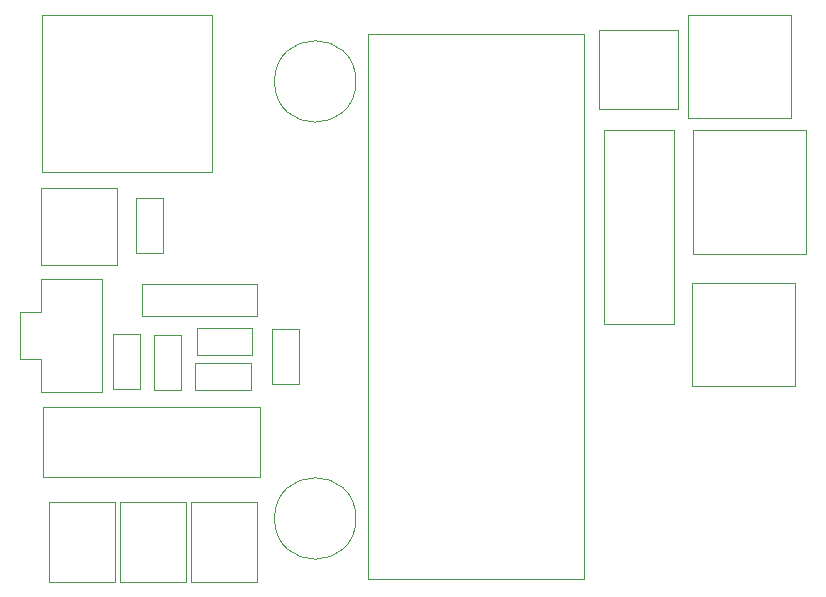
<source format=gbr>
G04 #@! TF.GenerationSoftware,KiCad,Pcbnew,(5.0.0)*
G04 #@! TF.CreationDate,2018-08-07T13:03:26+01:00*
G04 #@! TF.ProjectId,OpenSpritzer,4F70656E53707269747A65722E6B6963,rev?*
G04 #@! TF.SameCoordinates,Original*
G04 #@! TF.FileFunction,Other,User*
%FSLAX46Y46*%
G04 Gerber Fmt 4.6, Leading zero omitted, Abs format (unit mm)*
G04 Created by KiCad (PCBNEW (5.0.0)) date 08/07/18 13:03:26*
%MOMM*%
%LPD*%
G01*
G04 APERTURE LIST*
%ADD10C,0.050000*%
G04 APERTURE END LIST*
D10*
G04 #@! TO.C,RV1*
X83850000Y-81350000D02*
X83850000Y-94650000D01*
X83850000Y-94650000D02*
X98250000Y-94650000D01*
X98250000Y-94650000D02*
X98250000Y-81350000D01*
X98250000Y-81350000D02*
X83850000Y-81350000D01*
G04 #@! TO.C,SW1*
X83750000Y-113250000D02*
X83750000Y-110500000D01*
X88950000Y-113250000D02*
X83750000Y-113250000D01*
X88950000Y-103750000D02*
X88950000Y-113250000D01*
X83750000Y-103750000D02*
X88950000Y-103750000D01*
X83750000Y-106500000D02*
X83750000Y-103750000D01*
X82000000Y-110500000D02*
X82000000Y-106500000D01*
X82000000Y-110500000D02*
X83750000Y-110500000D01*
X83750000Y-106500000D02*
X82000000Y-106500000D01*
G04 #@! TO.C,A1*
X111470000Y-82940000D02*
X129750000Y-82940000D01*
X111470000Y-82940000D02*
X111470000Y-129160000D01*
X129750000Y-129160000D02*
X129750000Y-82940000D01*
X129750000Y-129160000D02*
X111470000Y-129160000D01*
G04 #@! TO.C,D1*
X90250000Y-96050000D02*
X83750000Y-96050000D01*
X83750000Y-96050000D02*
X83750000Y-102500000D01*
X83750000Y-102500000D02*
X90250000Y-102500000D01*
X90250000Y-102500000D02*
X90250000Y-96050000D01*
G04 #@! TO.C,D2*
X102050000Y-106850000D02*
X102050000Y-104150000D01*
X102050000Y-104150000D02*
X92300000Y-104150000D01*
X92300000Y-104150000D02*
X92300000Y-106850000D01*
X92300000Y-106850000D02*
X102050000Y-106850000D01*
G04 #@! TO.C,D3*
X83950000Y-114550000D02*
X83950000Y-120450000D01*
X83950000Y-120450000D02*
X102300000Y-120450000D01*
X102300000Y-120450000D02*
X102300000Y-114550000D01*
X102300000Y-114550000D02*
X83950000Y-114550000D01*
G04 #@! TO.C,J1*
X84480000Y-122580000D02*
X90060000Y-122580000D01*
X84480000Y-122580000D02*
X84480000Y-129420000D01*
X90060000Y-129420000D02*
X90060000Y-122580000D01*
X90060000Y-129420000D02*
X84480000Y-129420000D01*
G04 #@! TO.C,J2*
X90480000Y-122580000D02*
X96060000Y-122580000D01*
X90480000Y-122580000D02*
X90480000Y-129420000D01*
X96060000Y-129420000D02*
X96060000Y-122580000D01*
X96060000Y-129420000D02*
X90480000Y-129420000D01*
G04 #@! TO.C,J3*
X96480000Y-122580000D02*
X102060000Y-122580000D01*
X96480000Y-122580000D02*
X96480000Y-129420000D01*
X102060000Y-129420000D02*
X102060000Y-122580000D01*
X102060000Y-129420000D02*
X96480000Y-129420000D01*
G04 #@! TO.C,R1*
X94150000Y-96850000D02*
X91850000Y-96850000D01*
X91850000Y-96850000D02*
X91850000Y-101550000D01*
X91850000Y-101550000D02*
X94150000Y-101550000D01*
X94150000Y-101550000D02*
X94150000Y-96850000D01*
G04 #@! TO.C,R2*
X92150000Y-108350000D02*
X89850000Y-108350000D01*
X89850000Y-108350000D02*
X89850000Y-113050000D01*
X89850000Y-113050000D02*
X92150000Y-113050000D01*
X92150000Y-113050000D02*
X92150000Y-108350000D01*
G04 #@! TO.C,R3*
X93350000Y-113150000D02*
X95650000Y-113150000D01*
X95650000Y-113150000D02*
X95650000Y-108450000D01*
X95650000Y-108450000D02*
X93350000Y-108450000D01*
X93350000Y-108450000D02*
X93350000Y-113150000D01*
G04 #@! TO.C,R4*
X101650000Y-110150000D02*
X101650000Y-107850000D01*
X101650000Y-107850000D02*
X96950000Y-107850000D01*
X96950000Y-107850000D02*
X96950000Y-110150000D01*
X96950000Y-110150000D02*
X101650000Y-110150000D01*
G04 #@! TO.C,R5*
X96850000Y-110850000D02*
X96850000Y-113150000D01*
X96850000Y-113150000D02*
X101550000Y-113150000D01*
X101550000Y-113150000D02*
X101550000Y-110850000D01*
X101550000Y-110850000D02*
X96850000Y-110850000D01*
G04 #@! TO.C,R6*
X103350000Y-112650000D02*
X105650000Y-112650000D01*
X105650000Y-112650000D02*
X105650000Y-107950000D01*
X105650000Y-107950000D02*
X103350000Y-107950000D01*
X103350000Y-107950000D02*
X103350000Y-112650000D01*
G04 #@! TO.C,*
X110450000Y-87000000D02*
G75*
G03X110450000Y-87000000I-3450000J0D01*
G01*
G04 #@! TO.C,C1*
X138900000Y-104060000D02*
X138900000Y-112760000D01*
X138900000Y-112760000D02*
X147600000Y-112760000D01*
X147600000Y-112760000D02*
X147600000Y-104060000D01*
X147600000Y-104060000D02*
X138900000Y-104060000D01*
G04 #@! TO.C,C2*
X147250000Y-81400000D02*
X138550000Y-81400000D01*
X138550000Y-81400000D02*
X138550000Y-90100000D01*
X138550000Y-90100000D02*
X147250000Y-90100000D01*
X147250000Y-90100000D02*
X147250000Y-81400000D01*
G04 #@! TO.C,D4*
X137350000Y-91150000D02*
X131450000Y-91150000D01*
X131450000Y-91150000D02*
X131450000Y-107550000D01*
X131450000Y-107550000D02*
X137350000Y-107550000D01*
X137350000Y-107550000D02*
X137350000Y-91150000D01*
G04 #@! TO.C,L1*
X137750000Y-82650000D02*
X131050000Y-82650000D01*
X131050000Y-82650000D02*
X131050000Y-89350000D01*
X131050000Y-89350000D02*
X137750000Y-89350000D01*
X137750000Y-89350000D02*
X137750000Y-82650000D01*
G04 #@! TO.C,U1*
X148550000Y-91150000D02*
X138950000Y-91150000D01*
X138950000Y-91150000D02*
X138950000Y-101650000D01*
X138950000Y-101650000D02*
X148550000Y-101650000D01*
X148550000Y-101650000D02*
X148550000Y-91150000D01*
G04 #@! TO.C,*
X110450000Y-124000000D02*
G75*
G03X110450000Y-124000000I-3450000J0D01*
G01*
G04 #@! TD*
M02*

</source>
